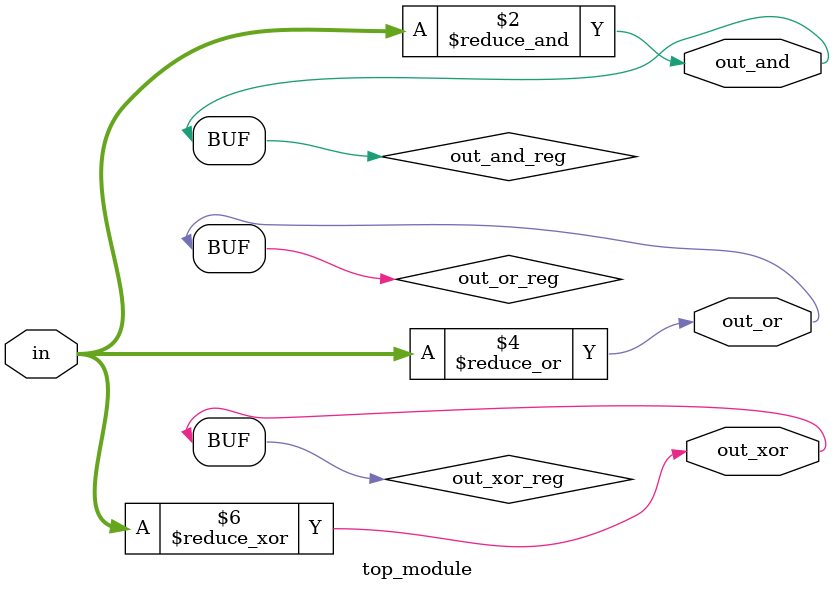
<source format=sv>
module top_module (
    input [99:0] in,
    output out_and,
    output out_or,
    output out_xor
);

    reg out_and_reg;
    reg out_or_reg;
    reg out_xor_reg;

    // Perform the logical AND operation
    assign out_and = out_and_reg;

    // Perform the logical OR operation
    assign out_or = out_or_reg;

    // Perform the logical XOR operation
    assign out_xor = out_xor_reg;

    // Logic to calculate AND
    always @*
    begin
        out_and_reg = &in;
    end

    // Logic to calculate OR
    always @*
    begin
        out_or_reg = |in;
    end

    // Logic to calculate XOR
    always @*
    begin
        out_xor_reg = ^in;
    end

endmodule

</source>
